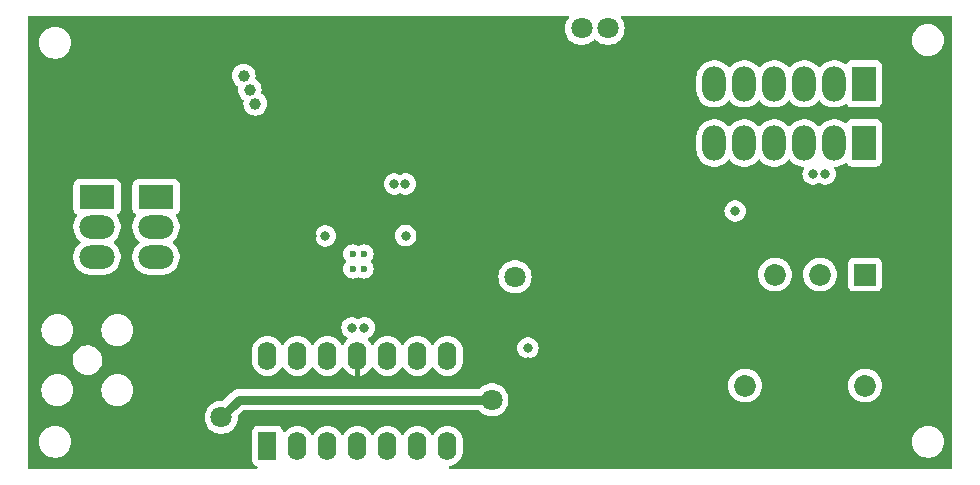
<source format=gbr>
%TF.GenerationSoftware,KiCad,Pcbnew,7.0.1*%
%TF.CreationDate,2023-12-13T14:51:24+00:00*%
%TF.ProjectId,UoB Amptek,556f4220-416d-4707-9465-6b2e6b696361,1*%
%TF.SameCoordinates,Original*%
%TF.FileFunction,Copper,L2,Inr*%
%TF.FilePolarity,Positive*%
%FSLAX46Y46*%
G04 Gerber Fmt 4.6, Leading zero omitted, Abs format (unit mm)*
G04 Created by KiCad (PCBNEW 7.0.1) date 2023-12-13 14:51:24*
%MOMM*%
%LPD*%
G01*
G04 APERTURE LIST*
%TA.AperFunction,ComponentPad*%
%ADD10R,3.000000X2.000000*%
%TD*%
%TA.AperFunction,ComponentPad*%
%ADD11O,3.000000X2.000000*%
%TD*%
%TA.AperFunction,ComponentPad*%
%ADD12C,0.600000*%
%TD*%
%TA.AperFunction,ComponentPad*%
%ADD13R,2.000000X3.000000*%
%TD*%
%TA.AperFunction,ComponentPad*%
%ADD14O,2.000000X3.000000*%
%TD*%
%TA.AperFunction,ComponentPad*%
%ADD15C,1.000000*%
%TD*%
%TA.AperFunction,ComponentPad*%
%ADD16R,1.600000X2.400000*%
%TD*%
%TA.AperFunction,ComponentPad*%
%ADD17O,1.600000X2.400000*%
%TD*%
%TA.AperFunction,ComponentPad*%
%ADD18R,1.850000X1.850000*%
%TD*%
%TA.AperFunction,ComponentPad*%
%ADD19C,1.850000*%
%TD*%
%TA.AperFunction,ViaPad*%
%ADD20C,1.800000*%
%TD*%
%TA.AperFunction,ViaPad*%
%ADD21C,0.800000*%
%TD*%
%TA.AperFunction,Conductor*%
%ADD22C,0.800000*%
%TD*%
G04 APERTURE END LIST*
D10*
%TO.N,/+9V*%
%TO.C,J1*%
X95678000Y-71221600D03*
X90678000Y-71221600D03*
D11*
%TO.N,GND*%
X95678000Y-73761600D03*
X90678000Y-73761600D03*
%TO.N,/-9V*%
X95678000Y-76301600D03*
X90678000Y-76301600D03*
%TD*%
D12*
%TO.N,GND*%
%TO.C,U4*%
X112316400Y-76037600D03*
X112316400Y-77327600D03*
X113286400Y-76037600D03*
X113286400Y-77327600D03*
%TD*%
D13*
%TO.N,/Vo-*%
%TO.C,J4*%
X155625800Y-66649600D03*
X155625800Y-61649600D03*
D14*
X153085800Y-66649600D03*
X153085800Y-61649600D03*
%TO.N,/Vo+*%
X150545800Y-66649600D03*
X150545800Y-61649600D03*
X148005800Y-66649600D03*
X148005800Y-61649600D03*
%TO.N,GND*%
X145465800Y-66649600D03*
X145465800Y-61649600D03*
%TO.N,/Vocm*%
X142925800Y-66649600D03*
X142925800Y-61649600D03*
%TD*%
D15*
%TO.N,unconnected-(TP2-Pad1)*%
%TO.C,IAC*%
X103100604Y-60971500D03*
%TO.N,N/C*%
X103608604Y-62139900D03*
X104065804Y-63333700D03*
%TD*%
D16*
%TO.N,Net-(U3-IN)*%
%TO.C,U3*%
X105105200Y-92303600D03*
D17*
%TO.N,GND*%
X107645200Y-92303600D03*
X110185200Y-92303600D03*
X112725200Y-92303600D03*
X115265200Y-92303600D03*
X117805200Y-92303600D03*
X120345200Y-92303600D03*
%TO.N,Net-(R4-Pad2)*%
X120345200Y-84683600D03*
%TO.N,GND*%
X117805200Y-84683600D03*
X115265200Y-84683600D03*
%TO.N,/+6V*%
X112725200Y-84683600D03*
%TO.N,Net-(U3-TMG-)*%
X110185200Y-84683600D03*
%TO.N,GND*%
X107645200Y-84683600D03*
%TO.N,unconnected-(U3-COMP-Pad14)*%
X105105200Y-84683600D03*
%TD*%
D18*
%TO.N,GND*%
%TO.C,PS1*%
X155702000Y-77800000D03*
D19*
%TO.N,/+1-5V HiVip*%
X151892000Y-77800000D03*
%TO.N,Net-(PS1-+HV)*%
X155702000Y-87198000D03*
%TO.N,GND*%
X145542000Y-87198000D03*
%TO.N,N/C*%
X148082000Y-77800000D03*
%TD*%
D20*
%TO.N,/+6V*%
X130124200Y-78003400D03*
D21*
X108837600Y-74498200D03*
D20*
X115366800Y-56997600D03*
X117652800Y-56997600D03*
D21*
X108331000Y-70129400D03*
X109270800Y-70129400D03*
X127152400Y-85166200D03*
%TO.N,/-6V*%
X115848000Y-70129400D03*
D20*
X133934200Y-56946800D03*
D21*
X127152400Y-84023200D03*
D20*
X131699000Y-56946800D03*
D21*
X116789200Y-70129400D03*
D20*
X126060200Y-77978000D03*
D21*
X116813200Y-74498200D03*
%TO.N,/Vo-*%
X113314800Y-82296000D03*
X152340800Y-69291200D03*
%TO.N,/Vo+*%
X151290800Y-69291200D03*
X112264800Y-82296000D03*
%TO.N,/Vocm*%
X110006000Y-74523600D03*
X144703800Y-72415400D03*
D20*
%TO.N,Net-(C20-Pad2)*%
X124104400Y-88392000D03*
X101193600Y-89890600D03*
%TD*%
D22*
%TO.N,Net-(C20-Pad2)*%
X102692200Y-88392000D02*
X101193600Y-89890600D01*
X103886000Y-88392000D02*
X102692200Y-88392000D01*
X124104400Y-88392000D02*
X103886000Y-88392000D01*
%TD*%
%TA.AperFunction,Conductor*%
%TO.N,/+6V*%
G36*
X130550180Y-55893054D02*
G01*
X130593900Y-55929467D01*
X130616755Y-55981572D01*
X130613933Y-56038400D01*
X130593936Y-56073931D01*
X130595641Y-56075045D01*
X130463076Y-56277950D01*
X130369844Y-56490496D01*
X130312865Y-56715500D01*
X130293699Y-56946800D01*
X130312865Y-57178099D01*
X130312865Y-57178101D01*
X130312866Y-57178105D01*
X130369843Y-57403100D01*
X130463076Y-57615649D01*
X130590021Y-57809953D01*
X130747216Y-57980713D01*
X130930374Y-58123270D01*
X131134497Y-58233736D01*
X131244257Y-58271416D01*
X131354015Y-58309097D01*
X131354017Y-58309097D01*
X131354019Y-58309098D01*
X131582951Y-58347300D01*
X131815048Y-58347300D01*
X131815049Y-58347300D01*
X132043981Y-58309098D01*
X132263503Y-58233736D01*
X132467626Y-58123270D01*
X132650784Y-57980713D01*
X132725371Y-57899689D01*
X132782859Y-57864352D01*
X132850341Y-57864352D01*
X132907828Y-57899689D01*
X132982416Y-57980713D01*
X133165574Y-58123270D01*
X133369697Y-58233736D01*
X133479457Y-58271416D01*
X133589215Y-58309097D01*
X133589217Y-58309097D01*
X133589219Y-58309098D01*
X133818151Y-58347300D01*
X134050248Y-58347300D01*
X134050249Y-58347300D01*
X134279181Y-58309098D01*
X134498703Y-58233736D01*
X134702826Y-58123270D01*
X134885984Y-57980713D01*
X134925857Y-57937399D01*
X159654940Y-57937399D01*
X159675536Y-58172807D01*
X159712055Y-58309097D01*
X159736697Y-58401063D01*
X159836565Y-58615229D01*
X159972105Y-58808801D01*
X160139199Y-58975895D01*
X160332771Y-59111435D01*
X160546937Y-59211303D01*
X160775192Y-59272463D01*
X160951632Y-59287900D01*
X160951634Y-59287900D01*
X161069566Y-59287900D01*
X161069568Y-59287900D01*
X161187193Y-59277608D01*
X161246008Y-59272463D01*
X161474263Y-59211303D01*
X161688429Y-59111435D01*
X161882001Y-58975895D01*
X162049095Y-58808801D01*
X162184635Y-58615230D01*
X162284503Y-58401063D01*
X162345663Y-58172808D01*
X162366259Y-57937400D01*
X162345663Y-57701992D01*
X162284503Y-57473737D01*
X162184635Y-57259571D01*
X162049095Y-57065999D01*
X161882001Y-56898905D01*
X161688429Y-56763365D01*
X161474263Y-56663497D01*
X161474262Y-56663496D01*
X161246007Y-56602336D01*
X161069568Y-56586900D01*
X161069566Y-56586900D01*
X160951634Y-56586900D01*
X160951632Y-56586900D01*
X160775192Y-56602336D01*
X160546936Y-56663497D01*
X160332770Y-56763365D01*
X160139198Y-56898905D01*
X159972108Y-57065995D01*
X159972105Y-57065998D01*
X159972105Y-57065999D01*
X159893608Y-57178105D01*
X159836564Y-57259572D01*
X159736697Y-57473737D01*
X159675536Y-57701992D01*
X159654940Y-57937399D01*
X134925857Y-57937399D01*
X135043179Y-57809953D01*
X135170124Y-57615649D01*
X135263357Y-57403100D01*
X135320334Y-57178105D01*
X135339500Y-56946800D01*
X135320334Y-56715495D01*
X135263357Y-56490500D01*
X135170124Y-56277951D01*
X135043179Y-56083647D01*
X135043178Y-56083646D01*
X135037559Y-56075045D01*
X135039263Y-56073931D01*
X135019267Y-56038400D01*
X135016445Y-55981572D01*
X135039300Y-55929467D01*
X135083020Y-55893054D01*
X135138400Y-55880000D01*
X162944000Y-55880000D01*
X163006000Y-55896613D01*
X163051387Y-55942000D01*
X163068000Y-56004000D01*
X163068000Y-94110000D01*
X163051387Y-94172000D01*
X163006000Y-94217387D01*
X162944000Y-94234000D01*
X120600292Y-94234000D01*
X120543035Y-94219989D01*
X120498717Y-94181123D01*
X120477353Y-94126185D01*
X120483770Y-94067590D01*
X120516519Y-94018578D01*
X120568198Y-93990225D01*
X120616306Y-93977334D01*
X120791696Y-93930339D01*
X120997934Y-93834168D01*
X121184339Y-93703647D01*
X121345247Y-93542739D01*
X121475768Y-93356334D01*
X121571939Y-93150096D01*
X121630835Y-92930292D01*
X121645700Y-92760384D01*
X121645700Y-91947999D01*
X159680340Y-91947999D01*
X159700936Y-92183407D01*
X159762097Y-92411662D01*
X159762097Y-92411663D01*
X159861965Y-92625829D01*
X159997505Y-92819401D01*
X160164599Y-92986495D01*
X160358171Y-93122035D01*
X160572337Y-93221903D01*
X160800592Y-93283063D01*
X160977032Y-93298500D01*
X160977034Y-93298500D01*
X161094966Y-93298500D01*
X161094968Y-93298500D01*
X161212593Y-93288208D01*
X161271408Y-93283063D01*
X161499663Y-93221903D01*
X161713829Y-93122035D01*
X161907401Y-92986495D01*
X162074495Y-92819401D01*
X162210035Y-92625830D01*
X162309903Y-92411663D01*
X162371063Y-92183408D01*
X162391659Y-91948000D01*
X162371063Y-91712592D01*
X162309903Y-91484337D01*
X162210035Y-91270171D01*
X162074495Y-91076599D01*
X161907401Y-90909505D01*
X161713829Y-90773965D01*
X161499663Y-90674097D01*
X161271407Y-90612936D01*
X161094968Y-90597500D01*
X161094966Y-90597500D01*
X160977034Y-90597500D01*
X160977032Y-90597500D01*
X160800592Y-90612936D01*
X160572336Y-90674097D01*
X160358170Y-90773965D01*
X160164598Y-90909505D01*
X159997508Y-91076595D01*
X159997505Y-91076598D01*
X159997505Y-91076599D01*
X159875484Y-91250864D01*
X159861964Y-91270172D01*
X159762097Y-91484337D01*
X159700936Y-91712592D01*
X159680340Y-91947999D01*
X121645700Y-91947999D01*
X121645700Y-91846816D01*
X121630835Y-91676908D01*
X121571939Y-91457104D01*
X121475768Y-91250866D01*
X121424422Y-91177536D01*
X121345246Y-91064459D01*
X121184340Y-90903553D01*
X120997935Y-90773032D01*
X120791697Y-90676861D01*
X120571889Y-90617964D01*
X120345200Y-90598131D01*
X120118510Y-90617964D01*
X119898702Y-90676861D01*
X119692464Y-90773032D01*
X119506059Y-90903553D01*
X119345153Y-91064459D01*
X119214633Y-91250863D01*
X119187582Y-91308875D01*
X119141825Y-91361050D01*
X119075200Y-91380469D01*
X119008575Y-91361050D01*
X118962818Y-91308875D01*
X118935768Y-91250866D01*
X118849877Y-91128200D01*
X118805246Y-91064459D01*
X118644340Y-90903553D01*
X118457935Y-90773032D01*
X118251697Y-90676861D01*
X118031889Y-90617964D01*
X117805200Y-90598131D01*
X117578510Y-90617964D01*
X117358702Y-90676861D01*
X117152464Y-90773032D01*
X116966059Y-90903553D01*
X116805153Y-91064459D01*
X116674633Y-91250863D01*
X116647582Y-91308875D01*
X116601825Y-91361050D01*
X116535200Y-91380469D01*
X116468575Y-91361050D01*
X116422818Y-91308875D01*
X116395768Y-91250866D01*
X116309877Y-91128200D01*
X116265246Y-91064459D01*
X116104340Y-90903553D01*
X115917935Y-90773032D01*
X115711697Y-90676861D01*
X115491889Y-90617964D01*
X115265200Y-90598131D01*
X115038510Y-90617964D01*
X114818702Y-90676861D01*
X114612464Y-90773032D01*
X114426059Y-90903553D01*
X114265153Y-91064459D01*
X114134633Y-91250863D01*
X114107582Y-91308875D01*
X114061825Y-91361050D01*
X113995200Y-91380469D01*
X113928575Y-91361050D01*
X113882818Y-91308875D01*
X113855768Y-91250866D01*
X113769877Y-91128200D01*
X113725246Y-91064459D01*
X113564340Y-90903553D01*
X113377935Y-90773032D01*
X113171697Y-90676861D01*
X112951889Y-90617964D01*
X112725200Y-90598131D01*
X112498510Y-90617964D01*
X112278702Y-90676861D01*
X112072464Y-90773032D01*
X111886059Y-90903553D01*
X111725153Y-91064459D01*
X111594633Y-91250863D01*
X111567582Y-91308875D01*
X111521825Y-91361050D01*
X111455200Y-91380469D01*
X111388575Y-91361050D01*
X111342818Y-91308875D01*
X111315768Y-91250866D01*
X111229877Y-91128200D01*
X111185246Y-91064459D01*
X111024340Y-90903553D01*
X110837935Y-90773032D01*
X110631697Y-90676861D01*
X110411889Y-90617964D01*
X110185200Y-90598131D01*
X109958510Y-90617964D01*
X109738702Y-90676861D01*
X109532464Y-90773032D01*
X109346059Y-90903553D01*
X109185153Y-91064459D01*
X109054633Y-91250863D01*
X109027582Y-91308875D01*
X108981825Y-91361050D01*
X108915200Y-91380469D01*
X108848575Y-91361050D01*
X108802818Y-91308875D01*
X108775768Y-91250866D01*
X108689877Y-91128200D01*
X108645246Y-91064459D01*
X108484340Y-90903553D01*
X108297935Y-90773032D01*
X108091697Y-90676861D01*
X107871889Y-90617964D01*
X107645200Y-90598131D01*
X107418510Y-90617964D01*
X107198702Y-90676861D01*
X106992464Y-90773032D01*
X106806059Y-90903553D01*
X106645151Y-91064461D01*
X106627925Y-91089063D01*
X106583082Y-91128200D01*
X106525169Y-91141933D01*
X106467528Y-91127099D01*
X106423439Y-91087114D01*
X106403061Y-91031192D01*
X106399291Y-90996117D01*
X106348996Y-90861269D01*
X106262746Y-90746054D01*
X106147531Y-90659804D01*
X106012683Y-90609509D01*
X105953073Y-90603100D01*
X105953069Y-90603100D01*
X104257330Y-90603100D01*
X104197715Y-90609509D01*
X104062869Y-90659804D01*
X103947654Y-90746054D01*
X103861404Y-90861268D01*
X103811109Y-90996116D01*
X103804700Y-91055730D01*
X103804700Y-93551469D01*
X103811109Y-93611083D01*
X103861404Y-93745931D01*
X103947654Y-93861146D01*
X104062869Y-93947396D01*
X104175045Y-93989235D01*
X104187333Y-93993818D01*
X104242195Y-94034280D01*
X104267380Y-94097626D01*
X104255276Y-94164711D01*
X104209542Y-94215262D01*
X104143999Y-94234000D01*
X84960000Y-94234000D01*
X84898000Y-94217387D01*
X84852613Y-94172000D01*
X84836000Y-94110000D01*
X84836000Y-91947999D01*
X85766340Y-91947999D01*
X85786936Y-92183407D01*
X85848097Y-92411662D01*
X85848097Y-92411663D01*
X85947965Y-92625829D01*
X86083505Y-92819401D01*
X86250599Y-92986495D01*
X86444171Y-93122035D01*
X86658337Y-93221903D01*
X86886592Y-93283063D01*
X87063032Y-93298500D01*
X87063034Y-93298500D01*
X87180966Y-93298500D01*
X87180968Y-93298500D01*
X87298593Y-93288208D01*
X87357408Y-93283063D01*
X87585663Y-93221903D01*
X87799829Y-93122035D01*
X87993401Y-92986495D01*
X88160495Y-92819401D01*
X88296035Y-92625830D01*
X88395903Y-92411663D01*
X88457063Y-92183408D01*
X88477659Y-91948000D01*
X88457063Y-91712592D01*
X88395903Y-91484337D01*
X88296035Y-91270171D01*
X88160495Y-91076599D01*
X87993401Y-90909505D01*
X87799829Y-90773965D01*
X87585663Y-90674097D01*
X87357407Y-90612936D01*
X87180968Y-90597500D01*
X87180966Y-90597500D01*
X87063034Y-90597500D01*
X87063032Y-90597500D01*
X86886592Y-90612936D01*
X86658336Y-90674097D01*
X86444170Y-90773965D01*
X86250598Y-90909505D01*
X86083508Y-91076595D01*
X86083505Y-91076598D01*
X86083505Y-91076599D01*
X85961484Y-91250864D01*
X85947964Y-91270172D01*
X85848097Y-91484337D01*
X85786936Y-91712592D01*
X85766340Y-91947999D01*
X84836000Y-91947999D01*
X84836000Y-89890600D01*
X99788299Y-89890600D01*
X99807465Y-90121899D01*
X99807465Y-90121901D01*
X99807466Y-90121905D01*
X99864443Y-90346900D01*
X99957676Y-90559449D01*
X100084621Y-90753753D01*
X100241816Y-90924513D01*
X100424974Y-91067070D01*
X100629097Y-91177536D01*
X100738857Y-91215216D01*
X100848615Y-91252897D01*
X100848617Y-91252897D01*
X100848619Y-91252898D01*
X101077551Y-91291100D01*
X101309648Y-91291100D01*
X101309649Y-91291100D01*
X101538581Y-91252898D01*
X101758103Y-91177536D01*
X101962226Y-91067070D01*
X102145384Y-90924513D01*
X102302579Y-90753753D01*
X102429524Y-90559449D01*
X102522757Y-90346900D01*
X102579734Y-90121905D01*
X102598900Y-89890600D01*
X102593560Y-89826162D01*
X102600712Y-89773246D01*
X102629453Y-89728245D01*
X103028879Y-89328819D01*
X103069108Y-89301939D01*
X103116561Y-89292500D01*
X103838808Y-89292500D01*
X103933192Y-89292500D01*
X122975409Y-89292500D01*
X123025219Y-89302944D01*
X123066639Y-89332517D01*
X123152616Y-89425913D01*
X123335774Y-89568470D01*
X123539897Y-89678936D01*
X123649657Y-89716616D01*
X123759415Y-89754297D01*
X123759417Y-89754297D01*
X123759419Y-89754298D01*
X123988351Y-89792500D01*
X124220448Y-89792500D01*
X124220449Y-89792500D01*
X124449381Y-89754298D01*
X124668903Y-89678936D01*
X124873026Y-89568470D01*
X125056184Y-89425913D01*
X125213379Y-89255153D01*
X125340324Y-89060849D01*
X125433557Y-88848300D01*
X125490534Y-88623305D01*
X125509700Y-88392000D01*
X125490534Y-88160695D01*
X125433557Y-87935700D01*
X125340324Y-87723151D01*
X125213379Y-87528847D01*
X125056184Y-87358087D01*
X124873026Y-87215530D01*
X124840633Y-87198000D01*
X144111614Y-87198000D01*
X144131123Y-87433429D01*
X144131123Y-87433432D01*
X144131124Y-87433434D01*
X144185352Y-87647579D01*
X144189118Y-87662447D01*
X144284013Y-87878788D01*
X144413226Y-88076563D01*
X144573223Y-88250365D01*
X144573227Y-88250368D01*
X144759654Y-88395470D01*
X144967421Y-88507908D01*
X145026826Y-88528302D01*
X145190857Y-88584615D01*
X145190859Y-88584615D01*
X145190861Y-88584616D01*
X145423880Y-88623500D01*
X145660119Y-88623500D01*
X145660120Y-88623500D01*
X145893139Y-88584616D01*
X146116579Y-88507908D01*
X146324346Y-88395470D01*
X146510773Y-88250368D01*
X146670775Y-88076561D01*
X146799986Y-87878788D01*
X146894883Y-87662445D01*
X146952876Y-87433434D01*
X146972385Y-87198000D01*
X154271614Y-87198000D01*
X154291123Y-87433429D01*
X154291123Y-87433432D01*
X154291124Y-87433434D01*
X154345352Y-87647579D01*
X154349118Y-87662447D01*
X154444013Y-87878788D01*
X154573226Y-88076563D01*
X154733223Y-88250365D01*
X154733227Y-88250368D01*
X154919654Y-88395470D01*
X155127421Y-88507908D01*
X155186826Y-88528302D01*
X155350857Y-88584615D01*
X155350859Y-88584615D01*
X155350861Y-88584616D01*
X155583880Y-88623500D01*
X155820119Y-88623500D01*
X155820120Y-88623500D01*
X156053139Y-88584616D01*
X156276579Y-88507908D01*
X156484346Y-88395470D01*
X156670773Y-88250368D01*
X156830775Y-88076561D01*
X156959986Y-87878788D01*
X157054883Y-87662445D01*
X157112876Y-87433434D01*
X157132385Y-87198000D01*
X157112876Y-86962566D01*
X157054883Y-86733555D01*
X156959986Y-86517212D01*
X156959986Y-86517211D01*
X156830773Y-86319436D01*
X156670776Y-86145634D01*
X156484347Y-86000531D01*
X156484346Y-86000530D01*
X156276579Y-85888092D01*
X156276575Y-85888090D01*
X156276574Y-85888090D01*
X156053142Y-85811384D01*
X155878374Y-85782220D01*
X155820120Y-85772500D01*
X155583880Y-85772500D01*
X155537276Y-85780276D01*
X155350857Y-85811384D01*
X155127425Y-85888090D01*
X155127421Y-85888091D01*
X155127421Y-85888092D01*
X155063990Y-85922419D01*
X154919652Y-86000531D01*
X154733223Y-86145634D01*
X154573226Y-86319436D01*
X154444013Y-86517211D01*
X154349118Y-86733552D01*
X154291123Y-86962570D01*
X154271614Y-87198000D01*
X146972385Y-87198000D01*
X146952876Y-86962566D01*
X146894883Y-86733555D01*
X146799986Y-86517212D01*
X146799986Y-86517211D01*
X146670773Y-86319436D01*
X146510776Y-86145634D01*
X146324347Y-86000531D01*
X146324346Y-86000530D01*
X146116579Y-85888092D01*
X146116575Y-85888090D01*
X146116574Y-85888090D01*
X145893142Y-85811384D01*
X145718374Y-85782220D01*
X145660120Y-85772500D01*
X145423880Y-85772500D01*
X145377276Y-85780276D01*
X145190857Y-85811384D01*
X144967425Y-85888090D01*
X144967421Y-85888091D01*
X144967421Y-85888092D01*
X144903990Y-85922419D01*
X144759652Y-86000531D01*
X144573223Y-86145634D01*
X144413226Y-86319436D01*
X144284013Y-86517211D01*
X144189118Y-86733552D01*
X144131123Y-86962570D01*
X144111614Y-87198000D01*
X124840633Y-87198000D01*
X124668903Y-87105064D01*
X124668899Y-87105062D01*
X124668898Y-87105062D01*
X124449384Y-87029702D01*
X124277681Y-87001050D01*
X124220449Y-86991500D01*
X123988351Y-86991500D01*
X123942564Y-86999140D01*
X123759415Y-87029702D01*
X123539901Y-87105062D01*
X123539897Y-87105063D01*
X123539897Y-87105064D01*
X123403815Y-87178707D01*
X123335772Y-87215531D01*
X123152615Y-87358087D01*
X123066639Y-87451483D01*
X123025219Y-87481056D01*
X122975409Y-87491500D01*
X103933192Y-87491500D01*
X102772826Y-87491500D01*
X102753428Y-87489973D01*
X102739588Y-87487781D01*
X102671870Y-87491330D01*
X102665380Y-87491500D01*
X102645003Y-87491500D01*
X102624746Y-87493628D01*
X102618283Y-87494137D01*
X102550551Y-87497687D01*
X102537009Y-87501316D01*
X102517885Y-87504860D01*
X102503944Y-87506325D01*
X102439445Y-87527282D01*
X102433223Y-87529126D01*
X102367710Y-87546680D01*
X102355221Y-87553044D01*
X102337252Y-87560487D01*
X102323917Y-87564820D01*
X102265196Y-87598722D01*
X102259495Y-87601818D01*
X102199045Y-87632619D01*
X102188150Y-87641442D01*
X102172122Y-87652458D01*
X102159984Y-87659466D01*
X102109576Y-87704852D01*
X102104651Y-87709058D01*
X102088826Y-87721874D01*
X102074412Y-87736288D01*
X102069708Y-87740751D01*
X102019310Y-87786130D01*
X102011069Y-87797472D01*
X101998435Y-87812264D01*
X101356919Y-88453781D01*
X101316691Y-88480661D01*
X101269238Y-88490100D01*
X101077551Y-88490100D01*
X101031764Y-88497740D01*
X100848615Y-88528302D01*
X100629101Y-88603662D01*
X100629097Y-88603663D01*
X100629097Y-88603664D01*
X100493015Y-88677307D01*
X100424972Y-88714131D01*
X100241815Y-88856687D01*
X100084620Y-89027448D01*
X99957676Y-89221750D01*
X99864444Y-89434296D01*
X99807465Y-89659300D01*
X99788299Y-89890600D01*
X84836000Y-89890600D01*
X84836000Y-89340099D01*
X85359500Y-89340099D01*
X85359617Y-89340383D01*
X85359808Y-89340461D01*
X85359999Y-89340541D01*
X85360000Y-89340541D01*
X85360001Y-89340541D01*
X85360127Y-89340488D01*
X85360383Y-89340383D01*
X85360500Y-89340099D01*
X85360500Y-87580000D01*
X85964340Y-87580000D01*
X85984936Y-87815407D01*
X86046096Y-88043662D01*
X86046097Y-88043663D01*
X86145965Y-88257829D01*
X86281505Y-88451401D01*
X86448599Y-88618495D01*
X86642171Y-88754035D01*
X86856337Y-88853903D01*
X87084591Y-88915062D01*
X87084592Y-88915063D01*
X87261032Y-88930500D01*
X87261034Y-88930500D01*
X87378966Y-88930500D01*
X87378968Y-88930500D01*
X87496593Y-88920208D01*
X87555408Y-88915063D01*
X87783663Y-88853903D01*
X87997829Y-88754035D01*
X88191401Y-88618495D01*
X88358495Y-88451401D01*
X88494035Y-88257830D01*
X88593903Y-88043663D01*
X88655063Y-87815408D01*
X88675659Y-87580000D01*
X91044340Y-87580000D01*
X91064936Y-87815407D01*
X91126096Y-88043662D01*
X91126097Y-88043663D01*
X91225965Y-88257829D01*
X91361505Y-88451401D01*
X91528599Y-88618495D01*
X91722171Y-88754035D01*
X91936337Y-88853903D01*
X92164591Y-88915062D01*
X92164592Y-88915063D01*
X92341032Y-88930500D01*
X92341034Y-88930500D01*
X92458966Y-88930500D01*
X92458968Y-88930500D01*
X92576593Y-88920208D01*
X92635408Y-88915063D01*
X92863663Y-88853903D01*
X93077829Y-88754035D01*
X93271401Y-88618495D01*
X93438495Y-88451401D01*
X93574035Y-88257830D01*
X93673903Y-88043663D01*
X93735063Y-87815408D01*
X93755659Y-87580000D01*
X93735063Y-87344592D01*
X93673903Y-87116337D01*
X93574035Y-86902171D01*
X93438495Y-86708599D01*
X93271401Y-86541505D01*
X93077829Y-86405965D01*
X92863663Y-86306097D01*
X92635407Y-86244936D01*
X92458968Y-86229500D01*
X92458966Y-86229500D01*
X92341034Y-86229500D01*
X92341032Y-86229500D01*
X92164592Y-86244936D01*
X91936336Y-86306097D01*
X91722170Y-86405965D01*
X91528598Y-86541505D01*
X91361508Y-86708595D01*
X91225964Y-86902172D01*
X91126097Y-87116337D01*
X91064936Y-87344592D01*
X91044340Y-87580000D01*
X88675659Y-87580000D01*
X88655063Y-87344592D01*
X88593903Y-87116337D01*
X88494035Y-86902171D01*
X88358495Y-86708599D01*
X88191401Y-86541505D01*
X87997829Y-86405965D01*
X87783663Y-86306097D01*
X87555407Y-86244936D01*
X87378968Y-86229500D01*
X87378966Y-86229500D01*
X87261034Y-86229500D01*
X87261032Y-86229500D01*
X87084592Y-86244936D01*
X86856336Y-86306097D01*
X86642170Y-86405965D01*
X86448598Y-86541505D01*
X86281508Y-86708595D01*
X86145964Y-86902172D01*
X86046097Y-87116337D01*
X85984936Y-87344592D01*
X85964340Y-87580000D01*
X85360500Y-87580000D01*
X85360500Y-85096328D01*
X88605709Y-85096328D01*
X88635925Y-85319388D01*
X88704388Y-85530096D01*
X88705483Y-85533464D01*
X88812148Y-85731681D01*
X88912032Y-85856931D01*
X88936880Y-85888090D01*
X88952492Y-85907666D01*
X89122004Y-86055765D01*
X89122006Y-86055766D01*
X89315237Y-86171216D01*
X89433214Y-86215493D01*
X89525976Y-86250307D01*
X89747453Y-86290500D01*
X89916153Y-86290500D01*
X89916155Y-86290500D01*
X90084188Y-86275377D01*
X90301170Y-86215493D01*
X90503973Y-86117829D01*
X90686078Y-85985522D01*
X90841632Y-85822825D01*
X90965635Y-85634968D01*
X91054103Y-85427988D01*
X91104191Y-85208537D01*
X91107252Y-85140386D01*
X103804700Y-85140386D01*
X103819564Y-85310289D01*
X103878461Y-85530097D01*
X103974632Y-85736335D01*
X104105153Y-85922740D01*
X104266059Y-86083646D01*
X104452464Y-86214167D01*
X104452465Y-86214167D01*
X104452466Y-86214168D01*
X104658704Y-86310339D01*
X104878508Y-86369235D01*
X105105200Y-86389068D01*
X105331892Y-86369235D01*
X105551696Y-86310339D01*
X105757934Y-86214168D01*
X105944339Y-86083647D01*
X106105247Y-85922739D01*
X106235768Y-85736334D01*
X106262818Y-85678324D01*
X106308575Y-85626149D01*
X106375200Y-85606729D01*
X106441825Y-85626149D01*
X106487582Y-85678325D01*
X106514631Y-85736333D01*
X106645153Y-85922740D01*
X106806059Y-86083646D01*
X106992464Y-86214167D01*
X106992465Y-86214167D01*
X106992466Y-86214168D01*
X107198704Y-86310339D01*
X107418508Y-86369235D01*
X107645200Y-86389068D01*
X107871892Y-86369235D01*
X108091696Y-86310339D01*
X108297934Y-86214168D01*
X108484339Y-86083647D01*
X108645247Y-85922739D01*
X108775768Y-85736334D01*
X108802818Y-85678324D01*
X108848575Y-85626149D01*
X108915200Y-85606729D01*
X108981825Y-85626149D01*
X109027582Y-85678325D01*
X109054631Y-85736333D01*
X109185153Y-85922740D01*
X109346059Y-86083646D01*
X109532464Y-86214167D01*
X109532465Y-86214167D01*
X109532466Y-86214168D01*
X109738704Y-86310339D01*
X109958508Y-86369235D01*
X110185200Y-86389068D01*
X110411892Y-86369235D01*
X110631696Y-86310339D01*
X110837934Y-86214168D01*
X111024339Y-86083647D01*
X111185247Y-85922739D01*
X111315768Y-85736334D01*
X111343093Y-85677734D01*
X111388849Y-85625559D01*
X111455474Y-85606139D01*
X111522099Y-85625558D01*
X111567857Y-85677733D01*
X111595066Y-85736082D01*
X111725541Y-85922419D01*
X111886380Y-86083258D01*
X112072719Y-86213734D01*
X112278873Y-86309866D01*
X112475199Y-86362471D01*
X112475200Y-86362472D01*
X112475200Y-84557600D01*
X112491813Y-84495600D01*
X112537200Y-84450213D01*
X112599200Y-84433600D01*
X112851200Y-84433600D01*
X112913200Y-84450213D01*
X112958587Y-84495600D01*
X112975200Y-84557600D01*
X112975200Y-86362471D01*
X113171526Y-86309866D01*
X113377680Y-86213734D01*
X113564019Y-86083258D01*
X113724858Y-85922419D01*
X113855335Y-85736079D01*
X113882542Y-85677735D01*
X113928298Y-85625559D01*
X113994923Y-85606139D01*
X114061548Y-85625558D01*
X114107305Y-85677732D01*
X114134632Y-85736333D01*
X114134633Y-85736336D01*
X114265153Y-85922740D01*
X114426059Y-86083646D01*
X114612464Y-86214167D01*
X114612465Y-86214167D01*
X114612466Y-86214168D01*
X114818704Y-86310339D01*
X115038508Y-86369235D01*
X115265200Y-86389068D01*
X115491892Y-86369235D01*
X115711696Y-86310339D01*
X115917934Y-86214168D01*
X116104339Y-86083647D01*
X116265247Y-85922739D01*
X116395768Y-85736334D01*
X116422818Y-85678324D01*
X116468575Y-85626149D01*
X116535200Y-85606729D01*
X116601825Y-85626149D01*
X116647582Y-85678325D01*
X116674631Y-85736333D01*
X116805153Y-85922740D01*
X116966059Y-86083646D01*
X117152464Y-86214167D01*
X117152465Y-86214167D01*
X117152466Y-86214168D01*
X117358704Y-86310339D01*
X117578508Y-86369235D01*
X117805200Y-86389068D01*
X118031892Y-86369235D01*
X118251696Y-86310339D01*
X118457934Y-86214168D01*
X118644339Y-86083647D01*
X118805247Y-85922739D01*
X118935768Y-85736334D01*
X118962818Y-85678324D01*
X119008575Y-85626149D01*
X119075200Y-85606729D01*
X119141825Y-85626149D01*
X119187582Y-85678325D01*
X119214631Y-85736333D01*
X119345153Y-85922740D01*
X119506059Y-86083646D01*
X119692464Y-86214167D01*
X119692465Y-86214167D01*
X119692466Y-86214168D01*
X119898704Y-86310339D01*
X120118508Y-86369235D01*
X120345200Y-86389068D01*
X120571892Y-86369235D01*
X120791696Y-86310339D01*
X120997934Y-86214168D01*
X121184339Y-86083647D01*
X121345247Y-85922739D01*
X121475768Y-85736334D01*
X121571939Y-85530096D01*
X121630835Y-85310292D01*
X121645700Y-85140384D01*
X121645700Y-84226816D01*
X121640933Y-84172334D01*
X121630835Y-84056910D01*
X121630835Y-84056908D01*
X121621803Y-84023200D01*
X126246940Y-84023200D01*
X126266726Y-84211457D01*
X126325220Y-84391484D01*
X126419866Y-84555416D01*
X126546529Y-84696089D01*
X126699669Y-84807351D01*
X126872597Y-84884344D01*
X127057752Y-84923700D01*
X127057754Y-84923700D01*
X127247046Y-84923700D01*
X127247048Y-84923700D01*
X127370483Y-84897462D01*
X127432203Y-84884344D01*
X127605130Y-84807351D01*
X127669460Y-84760613D01*
X127758270Y-84696089D01*
X127884933Y-84555416D01*
X127979579Y-84391484D01*
X127993604Y-84348319D01*
X128038074Y-84211456D01*
X128057860Y-84023200D01*
X128038074Y-83834944D01*
X127979579Y-83654916D01*
X127979579Y-83654915D01*
X127884933Y-83490983D01*
X127758270Y-83350310D01*
X127605130Y-83239048D01*
X127432202Y-83162055D01*
X127247048Y-83122700D01*
X127247046Y-83122700D01*
X127057754Y-83122700D01*
X127057752Y-83122700D01*
X126872597Y-83162055D01*
X126699669Y-83239048D01*
X126546529Y-83350310D01*
X126419866Y-83490983D01*
X126325220Y-83654915D01*
X126266726Y-83834942D01*
X126246940Y-84023200D01*
X121621803Y-84023200D01*
X121571939Y-83837104D01*
X121475768Y-83630866D01*
X121377822Y-83490984D01*
X121345246Y-83444459D01*
X121184340Y-83283553D01*
X120997935Y-83153032D01*
X120791697Y-83056861D01*
X120571889Y-82997964D01*
X120345200Y-82978131D01*
X120118510Y-82997964D01*
X119898702Y-83056861D01*
X119692464Y-83153032D01*
X119506059Y-83283553D01*
X119345153Y-83444459D01*
X119214633Y-83630863D01*
X119187582Y-83688875D01*
X119141825Y-83741050D01*
X119075200Y-83760469D01*
X119008575Y-83741050D01*
X118962818Y-83688875D01*
X118955898Y-83674035D01*
X118935768Y-83630866D01*
X118871089Y-83538494D01*
X118805246Y-83444459D01*
X118644340Y-83283553D01*
X118457935Y-83153032D01*
X118251697Y-83056861D01*
X118031889Y-82997964D01*
X117805200Y-82978131D01*
X117578510Y-82997964D01*
X117358702Y-83056861D01*
X117152464Y-83153032D01*
X116966059Y-83283553D01*
X116805153Y-83444459D01*
X116674633Y-83630863D01*
X116647582Y-83688875D01*
X116601825Y-83741050D01*
X116535200Y-83760469D01*
X116468575Y-83741050D01*
X116422818Y-83688875D01*
X116415898Y-83674035D01*
X116395768Y-83630866D01*
X116331089Y-83538494D01*
X116265246Y-83444459D01*
X116104340Y-83283553D01*
X115917935Y-83153032D01*
X115711697Y-83056861D01*
X115491889Y-82997964D01*
X115265200Y-82978131D01*
X115038510Y-82997964D01*
X114818702Y-83056861D01*
X114612464Y-83153032D01*
X114426059Y-83283553D01*
X114265153Y-83444459D01*
X114134630Y-83630867D01*
X114107305Y-83689466D01*
X114061548Y-83741641D01*
X113994923Y-83761060D01*
X113928299Y-83741640D01*
X113882542Y-83689465D01*
X113855334Y-83631119D01*
X113724858Y-83444780D01*
X113613283Y-83333205D01*
X113582542Y-83282295D01*
X113579040Y-83222927D01*
X113603585Y-83168757D01*
X113650528Y-83132245D01*
X113767530Y-83080151D01*
X113920670Y-82968889D01*
X113925377Y-82963662D01*
X114047333Y-82828216D01*
X114141979Y-82664284D01*
X114200474Y-82484256D01*
X114220260Y-82296000D01*
X114200474Y-82107744D01*
X114141979Y-81927716D01*
X114141979Y-81927715D01*
X114047333Y-81763783D01*
X113920670Y-81623110D01*
X113767530Y-81511848D01*
X113594602Y-81434855D01*
X113409448Y-81395500D01*
X113409446Y-81395500D01*
X113220154Y-81395500D01*
X113220152Y-81395500D01*
X113034997Y-81434855D01*
X112850164Y-81517149D01*
X112850099Y-81517004D01*
X112815581Y-81532373D01*
X112764019Y-81532373D01*
X112729500Y-81517004D01*
X112729436Y-81517149D01*
X112544602Y-81434855D01*
X112359448Y-81395500D01*
X112359446Y-81395500D01*
X112170154Y-81395500D01*
X112170152Y-81395500D01*
X111984997Y-81434855D01*
X111812069Y-81511848D01*
X111658929Y-81623110D01*
X111532266Y-81763783D01*
X111437620Y-81927715D01*
X111379126Y-82107742D01*
X111359340Y-82295999D01*
X111379126Y-82484257D01*
X111437620Y-82664284D01*
X111532266Y-82828216D01*
X111658929Y-82968889D01*
X111812067Y-83080150D01*
X111839673Y-83092441D01*
X111886617Y-83128953D01*
X111911162Y-83183124D01*
X111907661Y-83242492D01*
X111876920Y-83293402D01*
X111725538Y-83444784D01*
X111595063Y-83631122D01*
X111567856Y-83689466D01*
X111522099Y-83741641D01*
X111455474Y-83761060D01*
X111388850Y-83741640D01*
X111343093Y-83689465D01*
X111335897Y-83674034D01*
X111315768Y-83630866D01*
X111217822Y-83490984D01*
X111185246Y-83444459D01*
X111024340Y-83283553D01*
X110837935Y-83153032D01*
X110631697Y-83056861D01*
X110411889Y-82997964D01*
X110185200Y-82978131D01*
X109958510Y-82997964D01*
X109738702Y-83056861D01*
X109532464Y-83153032D01*
X109346059Y-83283553D01*
X109185153Y-83444459D01*
X109054633Y-83630863D01*
X109027582Y-83688875D01*
X108981825Y-83741050D01*
X108915200Y-83760469D01*
X108848575Y-83741050D01*
X108802818Y-83688875D01*
X108795898Y-83674035D01*
X108775768Y-83630866D01*
X108711089Y-83538494D01*
X108645246Y-83444459D01*
X108484340Y-83283553D01*
X108297935Y-83153032D01*
X108091697Y-83056861D01*
X107871889Y-82997964D01*
X107645200Y-82978131D01*
X107418510Y-82997964D01*
X107198702Y-83056861D01*
X106992464Y-83153032D01*
X106806059Y-83283553D01*
X106645153Y-83444459D01*
X106514633Y-83630863D01*
X106487582Y-83688875D01*
X106441825Y-83741050D01*
X106375200Y-83760469D01*
X106308575Y-83741050D01*
X106262818Y-83688875D01*
X106255898Y-83674035D01*
X106235768Y-83630866D01*
X106171089Y-83538494D01*
X106105246Y-83444459D01*
X105944340Y-83283553D01*
X105757935Y-83153032D01*
X105551697Y-83056861D01*
X105331889Y-82997964D01*
X105105200Y-82978131D01*
X104878510Y-82997964D01*
X104658702Y-83056861D01*
X104452464Y-83153032D01*
X104266059Y-83283553D01*
X104105153Y-83444459D01*
X103974632Y-83630864D01*
X103878461Y-83837102D01*
X103819564Y-84056910D01*
X103804700Y-84226814D01*
X103804700Y-85140386D01*
X91107252Y-85140386D01*
X91114290Y-84983670D01*
X91084075Y-84760613D01*
X91014517Y-84546536D01*
X90907852Y-84348319D01*
X90767508Y-84172334D01*
X90597996Y-84024235D01*
X90596264Y-84023200D01*
X90404762Y-83908783D01*
X90194025Y-83829693D01*
X89972547Y-83789500D01*
X89803845Y-83789500D01*
X89736631Y-83795549D01*
X89635809Y-83804623D01*
X89418828Y-83864507D01*
X89216027Y-83962170D01*
X89033925Y-84094475D01*
X88878365Y-84257178D01*
X88754365Y-84445031D01*
X88665896Y-84652012D01*
X88615809Y-84871462D01*
X88605709Y-85096328D01*
X85360500Y-85096328D01*
X85360500Y-82500000D01*
X85964340Y-82500000D01*
X85984936Y-82735407D01*
X86046096Y-82963662D01*
X86046097Y-82963663D01*
X86145965Y-83177829D01*
X86281505Y-83371401D01*
X86448599Y-83538495D01*
X86642171Y-83674035D01*
X86856337Y-83773903D01*
X87064551Y-83829693D01*
X87084592Y-83835063D01*
X87261032Y-83850500D01*
X87261034Y-83850500D01*
X87378966Y-83850500D01*
X87378968Y-83850500D01*
X87496593Y-83840208D01*
X87555408Y-83835063D01*
X87783663Y-83773903D01*
X87997829Y-83674035D01*
X88191401Y-83538495D01*
X88358495Y-83371401D01*
X88494035Y-83177830D01*
X88593903Y-82963663D01*
X88655063Y-82735408D01*
X88675659Y-82500000D01*
X91044340Y-82500000D01*
X91064936Y-82735407D01*
X91126096Y-82963662D01*
X91126097Y-82963663D01*
X91225965Y-83177829D01*
X91361505Y-83371401D01*
X91528599Y-83538495D01*
X91722171Y-83674035D01*
X91936337Y-83773903D01*
X92144551Y-83829693D01*
X92164592Y-83835063D01*
X92341032Y-83850500D01*
X92341034Y-83850500D01*
X92458966Y-83850500D01*
X92458968Y-83850500D01*
X92576593Y-83840208D01*
X92635408Y-83835063D01*
X92863663Y-83773903D01*
X93077829Y-83674035D01*
X93271401Y-83538495D01*
X93438495Y-83371401D01*
X93574035Y-83177830D01*
X93673903Y-82963663D01*
X93735063Y-82735408D01*
X93755659Y-82500000D01*
X93735063Y-82264592D01*
X93673903Y-82036337D01*
X93574035Y-81822171D01*
X93438495Y-81628599D01*
X93271401Y-81461505D01*
X93077829Y-81325965D01*
X92863663Y-81226097D01*
X92635407Y-81164936D01*
X92458968Y-81149500D01*
X92458966Y-81149500D01*
X92341034Y-81149500D01*
X92341032Y-81149500D01*
X92164592Y-81164936D01*
X91936336Y-81226097D01*
X91722170Y-81325965D01*
X91528598Y-81461505D01*
X91361508Y-81628595D01*
X91361505Y-81628598D01*
X91361505Y-81628599D01*
X91266848Y-81763784D01*
X91225964Y-81822172D01*
X91126097Y-82036337D01*
X91064936Y-82264592D01*
X91044340Y-82500000D01*
X88675659Y-82500000D01*
X88655063Y-82264592D01*
X88593903Y-82036337D01*
X88494035Y-81822171D01*
X88358495Y-81628599D01*
X88191401Y-81461505D01*
X87997829Y-81325965D01*
X87783663Y-81226097D01*
X87555407Y-81164936D01*
X87378968Y-81149500D01*
X87378966Y-81149500D01*
X87261034Y-81149500D01*
X87261032Y-81149500D01*
X87084592Y-81164936D01*
X86856336Y-81226097D01*
X86642170Y-81325965D01*
X86448598Y-81461505D01*
X86281508Y-81628595D01*
X86281505Y-81628598D01*
X86281505Y-81628599D01*
X86186848Y-81763784D01*
X86145964Y-81822172D01*
X86046097Y-82036337D01*
X85984936Y-82264592D01*
X85964340Y-82500000D01*
X85360500Y-82500000D01*
X85360500Y-80739901D01*
X85360383Y-80739617D01*
X85360381Y-80739616D01*
X85360001Y-80739459D01*
X85359999Y-80739459D01*
X85359618Y-80739616D01*
X85359616Y-80739618D01*
X85359500Y-80739900D01*
X85359500Y-80739901D01*
X85359500Y-89340099D01*
X84836000Y-89340099D01*
X84836000Y-76425935D01*
X88677500Y-76425935D01*
X88718429Y-76671215D01*
X88763167Y-76801531D01*
X88799172Y-76906410D01*
X88911973Y-77114848D01*
X88917529Y-77125114D01*
X89053036Y-77299212D01*
X89070262Y-77321344D01*
X89253215Y-77489764D01*
X89461393Y-77625773D01*
X89689119Y-77725663D01*
X89930179Y-77786708D01*
X90004480Y-77792864D01*
X90115927Y-77802100D01*
X90115933Y-77802100D01*
X91240067Y-77802100D01*
X91240073Y-77802100D01*
X91341387Y-77793704D01*
X91425821Y-77786708D01*
X91666881Y-77725663D01*
X91894607Y-77625773D01*
X92102785Y-77489764D01*
X92285738Y-77321344D01*
X92438474Y-77125109D01*
X92556828Y-76906410D01*
X92637571Y-76671214D01*
X92678500Y-76425935D01*
X93677500Y-76425935D01*
X93718429Y-76671215D01*
X93763167Y-76801531D01*
X93799172Y-76906410D01*
X93911973Y-77114848D01*
X93917529Y-77125114D01*
X94053036Y-77299212D01*
X94070262Y-77321344D01*
X94253215Y-77489764D01*
X94461393Y-77625773D01*
X94689119Y-77725663D01*
X94930179Y-77786708D01*
X95004480Y-77792864D01*
X95115927Y-77802100D01*
X95115933Y-77802100D01*
X96240067Y-77802100D01*
X96240073Y-77802100D01*
X96341387Y-77793704D01*
X96425821Y-77786708D01*
X96666881Y-77725663D01*
X96894607Y-77625773D01*
X97102785Y-77489764D01*
X97278942Y-77327600D01*
X111510834Y-77327600D01*
X111531031Y-77506851D01*
X111531031Y-77506853D01*
X111531032Y-77506855D01*
X111590611Y-77677122D01*
X111634327Y-77746695D01*
X111686585Y-77829864D01*
X111814135Y-77957414D01*
X111814137Y-77957415D01*
X111814138Y-77957416D01*
X111966878Y-78053389D01*
X112137145Y-78112968D01*
X112316400Y-78133165D01*
X112495655Y-78112968D01*
X112665922Y-78053389D01*
X112735430Y-78009713D01*
X112801398Y-77990708D01*
X112867370Y-78009714D01*
X112936878Y-78053389D01*
X113107145Y-78112968D01*
X113286400Y-78133165D01*
X113465655Y-78112968D01*
X113635922Y-78053389D01*
X113755904Y-77977999D01*
X124654899Y-77977999D01*
X124674065Y-78209299D01*
X124674065Y-78209301D01*
X124674066Y-78209305D01*
X124688030Y-78264447D01*
X124731044Y-78434303D01*
X124824276Y-78646849D01*
X124951221Y-78841153D01*
X125108416Y-79011913D01*
X125291574Y-79154470D01*
X125495697Y-79264936D01*
X125605457Y-79302616D01*
X125715215Y-79340297D01*
X125715217Y-79340297D01*
X125715219Y-79340298D01*
X125944151Y-79378500D01*
X126176248Y-79378500D01*
X126176249Y-79378500D01*
X126405181Y-79340298D01*
X126624703Y-79264936D01*
X126828826Y-79154470D01*
X127011984Y-79011913D01*
X127169179Y-78841153D01*
X127296124Y-78646849D01*
X127389357Y-78434300D01*
X127446334Y-78209305D01*
X127465500Y-77978000D01*
X127450751Y-77800000D01*
X146651614Y-77800000D01*
X146671123Y-78035429D01*
X146671123Y-78035432D01*
X146671124Y-78035434D01*
X146715152Y-78209299D01*
X146729118Y-78264447D01*
X146824013Y-78480788D01*
X146953226Y-78678563D01*
X147113223Y-78852365D01*
X147113227Y-78852368D01*
X147299654Y-78997470D01*
X147507421Y-79109908D01*
X147619141Y-79148262D01*
X147730857Y-79186615D01*
X147730859Y-79186615D01*
X147730861Y-79186616D01*
X147963880Y-79225500D01*
X148200119Y-79225500D01*
X148200120Y-79225500D01*
X148433139Y-79186616D01*
X148656579Y-79109908D01*
X148864346Y-78997470D01*
X149050773Y-78852368D01*
X149210775Y-78678561D01*
X149339986Y-78480788D01*
X149434883Y-78264445D01*
X149492876Y-78035434D01*
X149512385Y-77800000D01*
X150461614Y-77800000D01*
X150481123Y-78035429D01*
X150481123Y-78035432D01*
X150481124Y-78035434D01*
X150525152Y-78209299D01*
X150539118Y-78264447D01*
X150634013Y-78480788D01*
X150763226Y-78678563D01*
X150923223Y-78852365D01*
X150923227Y-78852368D01*
X151109654Y-78997470D01*
X151317421Y-79109908D01*
X151429141Y-79148262D01*
X151540857Y-79186615D01*
X151540859Y-79186615D01*
X151540861Y-79186616D01*
X151773880Y-79225500D01*
X152010119Y-79225500D01*
X152010120Y-79225500D01*
X152243139Y-79186616D01*
X152466579Y-79109908D01*
X152674346Y-78997470D01*
X152860773Y-78852368D01*
X152933958Y-78772869D01*
X154276500Y-78772869D01*
X154282909Y-78832484D01*
X154308056Y-78899907D01*
X154333204Y-78967331D01*
X154419454Y-79082546D01*
X154534669Y-79168796D01*
X154669517Y-79219091D01*
X154729127Y-79225500D01*
X156674872Y-79225499D01*
X156734483Y-79219091D01*
X156869331Y-79168796D01*
X156984546Y-79082546D01*
X157070796Y-78967331D01*
X157121091Y-78832483D01*
X157127500Y-78772873D01*
X157127499Y-76827128D01*
X157121091Y-76767517D01*
X157070796Y-76632669D01*
X156984546Y-76517454D01*
X156869331Y-76431204D01*
X156734483Y-76380909D01*
X156674873Y-76374500D01*
X156674869Y-76374500D01*
X154729130Y-76374500D01*
X154669515Y-76380909D01*
X154534669Y-76431204D01*
X154419454Y-76517454D01*
X154333204Y-76632668D01*
X154282909Y-76767515D01*
X154282909Y-76767517D01*
X154276693Y-76825338D01*
X154276500Y-76827130D01*
X154276500Y-78772869D01*
X152933958Y-78772869D01*
X153020775Y-78678561D01*
X153149986Y-78480788D01*
X153244883Y-78264445D01*
X153302876Y-78035434D01*
X153322385Y-77800000D01*
X153302876Y-77564566D01*
X153244883Y-77335555D01*
X153187061Y-77203734D01*
X153149986Y-77119211D01*
X153020773Y-76921436D01*
X152860776Y-76747634D01*
X152735986Y-76650506D01*
X152674346Y-76602530D01*
X152466579Y-76490092D01*
X152466575Y-76490090D01*
X152466574Y-76490090D01*
X152243142Y-76413384D01*
X152048527Y-76380909D01*
X152010120Y-76374500D01*
X151773880Y-76374500D01*
X151735473Y-76380909D01*
X151540857Y-76413384D01*
X151317425Y-76490090D01*
X151317421Y-76490091D01*
X151317421Y-76490092D01*
X151178909Y-76565050D01*
X151109652Y-76602531D01*
X150923223Y-76747634D01*
X150763226Y-76921436D01*
X150634013Y-77119211D01*
X150539118Y-77335552D01*
X150481123Y-77564570D01*
X150461614Y-77800000D01*
X149512385Y-77800000D01*
X149492876Y-77564566D01*
X149434883Y-77335555D01*
X149377061Y-77203734D01*
X149339986Y-77119211D01*
X149210773Y-76921436D01*
X149050776Y-76747634D01*
X148925986Y-76650506D01*
X148864346Y-76602530D01*
X148656579Y-76490092D01*
X148656575Y-76490090D01*
X148656574Y-76490090D01*
X148433142Y-76413384D01*
X148238527Y-76380909D01*
X148200120Y-76374500D01*
X147963880Y-76374500D01*
X147925473Y-76380909D01*
X147730857Y-76413384D01*
X147507425Y-76490090D01*
X147507421Y-76490091D01*
X147507421Y-76490092D01*
X147368909Y-76565050D01*
X147299652Y-76602531D01*
X147113223Y-76747634D01*
X146953226Y-76921436D01*
X146824013Y-77119211D01*
X146729118Y-77335552D01*
X146671123Y-77564570D01*
X146651614Y-77800000D01*
X127450751Y-77800000D01*
X127446334Y-77746695D01*
X127389357Y-77521700D01*
X127296124Y-77309151D01*
X127169179Y-77114847D01*
X127011984Y-76944087D01*
X126828826Y-76801530D01*
X126624703Y-76691064D01*
X126624699Y-76691062D01*
X126624698Y-76691062D01*
X126405184Y-76615702D01*
X126233481Y-76587050D01*
X126176249Y-76577500D01*
X125944151Y-76577500D01*
X125898364Y-76585140D01*
X125715215Y-76615702D01*
X125495701Y-76691062D01*
X125291572Y-76801531D01*
X125108415Y-76944087D01*
X124951220Y-77114848D01*
X124824276Y-77309150D01*
X124731044Y-77521696D01*
X124731042Y-77521700D01*
X124731043Y-77521700D01*
X124691685Y-77677122D01*
X124674065Y-77746700D01*
X124654899Y-77977999D01*
X113755904Y-77977999D01*
X113788662Y-77957416D01*
X113916216Y-77829862D01*
X114012189Y-77677122D01*
X114071768Y-77506855D01*
X114091965Y-77327600D01*
X114071768Y-77148345D01*
X114012189Y-76978078D01*
X113916216Y-76825338D01*
X113916215Y-76825337D01*
X113916214Y-76825335D01*
X113861160Y-76770281D01*
X113829066Y-76714694D01*
X113829066Y-76650506D01*
X113861160Y-76594919D01*
X113916214Y-76539864D01*
X113916216Y-76539862D01*
X114012189Y-76387122D01*
X114071768Y-76216855D01*
X114091965Y-76037600D01*
X114071768Y-75858345D01*
X114012189Y-75688078D01*
X113916216Y-75535338D01*
X113916215Y-75535337D01*
X113916214Y-75535335D01*
X113788664Y-75407785D01*
X113635925Y-75311813D01*
X113635922Y-75311811D01*
X113465655Y-75252232D01*
X113465653Y-75252231D01*
X113465651Y-75252231D01*
X113286400Y-75232034D01*
X113107148Y-75252231D01*
X113107145Y-75252231D01*
X113107145Y-75252232D01*
X112936878Y-75311811D01*
X112936877Y-75311811D01*
X112936873Y-75311813D01*
X112867371Y-75355484D01*
X112801400Y-75374490D01*
X112735429Y-75355484D01*
X112665926Y-75311813D01*
X112665924Y-75311812D01*
X112665922Y-75311811D01*
X112495655Y-75252232D01*
X112495653Y-75252231D01*
X112495651Y-75252231D01*
X112316400Y-75232034D01*
X112137148Y-75252231D01*
X112137145Y-75252231D01*
X112137145Y-75252232D01*
X111966878Y-75311811D01*
X111966876Y-75311811D01*
X111966876Y-75311812D01*
X111814135Y-75407785D01*
X111686585Y-75535335D01*
X111590612Y-75688076D01*
X111531031Y-75858348D01*
X111510834Y-76037600D01*
X111531031Y-76216851D01*
X111531031Y-76216853D01*
X111531032Y-76216855D01*
X111590611Y-76387122D01*
X111590612Y-76387123D01*
X111686585Y-76539864D01*
X111741640Y-76594919D01*
X111773734Y-76650506D01*
X111773734Y-76714694D01*
X111741640Y-76770281D01*
X111686585Y-76825335D01*
X111611969Y-76944087D01*
X111590611Y-76978078D01*
X111541226Y-77119212D01*
X111531031Y-77148348D01*
X111510834Y-77327600D01*
X97278942Y-77327600D01*
X97285738Y-77321344D01*
X97438474Y-77125109D01*
X97556828Y-76906410D01*
X97637571Y-76671214D01*
X97678500Y-76425935D01*
X97678500Y-76177265D01*
X97637571Y-75931986D01*
X97556828Y-75696790D01*
X97438474Y-75478091D01*
X97438471Y-75478087D01*
X97438470Y-75478085D01*
X97285740Y-75281859D01*
X97285738Y-75281856D01*
X97112988Y-75122828D01*
X97077651Y-75065341D01*
X97077651Y-74997859D01*
X97112988Y-74940371D01*
X97285738Y-74781344D01*
X97438474Y-74585109D01*
X97471761Y-74523600D01*
X109100540Y-74523600D01*
X109120326Y-74711857D01*
X109178820Y-74891884D01*
X109273466Y-75055816D01*
X109400129Y-75196489D01*
X109553269Y-75307751D01*
X109726197Y-75384744D01*
X109911352Y-75424100D01*
X109911354Y-75424100D01*
X110100646Y-75424100D01*
X110100648Y-75424100D01*
X110228439Y-75396937D01*
X110285803Y-75384744D01*
X110458730Y-75307751D01*
X110493690Y-75282351D01*
X110611870Y-75196489D01*
X110738533Y-75055816D01*
X110833179Y-74891884D01*
X110841432Y-74866484D01*
X110891674Y-74711856D01*
X110911460Y-74523600D01*
X110908790Y-74498199D01*
X115907740Y-74498199D01*
X115927526Y-74686457D01*
X115986020Y-74866484D01*
X116080666Y-75030416D01*
X116207329Y-75171089D01*
X116360469Y-75282351D01*
X116533397Y-75359344D01*
X116718552Y-75398700D01*
X116718554Y-75398700D01*
X116907846Y-75398700D01*
X116907848Y-75398700D01*
X117031283Y-75372462D01*
X117093003Y-75359344D01*
X117265930Y-75282351D01*
X117266611Y-75281856D01*
X117419070Y-75171089D01*
X117545733Y-75030416D01*
X117640379Y-74866484D01*
X117668044Y-74781340D01*
X117698874Y-74686456D01*
X117718660Y-74498200D01*
X117698874Y-74309944D01*
X117640379Y-74129916D01*
X117640379Y-74129915D01*
X117545733Y-73965983D01*
X117419070Y-73825310D01*
X117265930Y-73714048D01*
X117093002Y-73637055D01*
X116907848Y-73597700D01*
X116907846Y-73597700D01*
X116718554Y-73597700D01*
X116718552Y-73597700D01*
X116533397Y-73637055D01*
X116360469Y-73714048D01*
X116207329Y-73825310D01*
X116080666Y-73965983D01*
X115986020Y-74129915D01*
X115927526Y-74309942D01*
X115907740Y-74498199D01*
X110908790Y-74498199D01*
X110891674Y-74335344D01*
X110833179Y-74155316D01*
X110833179Y-74155315D01*
X110738533Y-73991383D01*
X110611870Y-73850710D01*
X110458730Y-73739448D01*
X110285802Y-73662455D01*
X110100648Y-73623100D01*
X110100646Y-73623100D01*
X109911354Y-73623100D01*
X109911352Y-73623100D01*
X109726197Y-73662455D01*
X109553269Y-73739448D01*
X109400129Y-73850710D01*
X109273466Y-73991383D01*
X109178820Y-74155315D01*
X109120326Y-74335342D01*
X109100540Y-74523600D01*
X97471761Y-74523600D01*
X97556828Y-74366410D01*
X97637571Y-74131214D01*
X97678500Y-73885935D01*
X97678500Y-73637265D01*
X97637571Y-73391986D01*
X97556828Y-73156790D01*
X97438474Y-72938091D01*
X97373654Y-72854811D01*
X97349801Y-72802383D01*
X97352210Y-72744832D01*
X97380362Y-72694578D01*
X97406677Y-72676907D01*
X97406058Y-72676080D01*
X97420328Y-72665396D01*
X97420331Y-72665396D01*
X97535546Y-72579146D01*
X97621796Y-72463931D01*
X97639897Y-72415399D01*
X143798340Y-72415399D01*
X143818126Y-72603657D01*
X143876620Y-72783684D01*
X143971266Y-72947616D01*
X144097929Y-73088289D01*
X144251069Y-73199551D01*
X144423997Y-73276544D01*
X144609152Y-73315900D01*
X144609154Y-73315900D01*
X144798446Y-73315900D01*
X144798448Y-73315900D01*
X144921884Y-73289662D01*
X144983603Y-73276544D01*
X145156530Y-73199551D01*
X145309671Y-73088288D01*
X145436333Y-72947616D01*
X145530979Y-72783684D01*
X145589474Y-72603656D01*
X145609260Y-72415400D01*
X145589474Y-72227144D01*
X145530979Y-72047116D01*
X145530979Y-72047115D01*
X145436333Y-71883183D01*
X145309670Y-71742510D01*
X145156530Y-71631248D01*
X144983602Y-71554255D01*
X144798448Y-71514900D01*
X144798446Y-71514900D01*
X144609154Y-71514900D01*
X144609152Y-71514900D01*
X144423997Y-71554255D01*
X144251069Y-71631248D01*
X144097929Y-71742510D01*
X143971266Y-71883183D01*
X143876620Y-72047115D01*
X143818126Y-72227142D01*
X143798340Y-72415399D01*
X97639897Y-72415399D01*
X97672091Y-72329083D01*
X97678500Y-72269473D01*
X97678499Y-70173728D01*
X97673734Y-70129400D01*
X114942540Y-70129400D01*
X114947199Y-70173727D01*
X114962326Y-70317657D01*
X115020820Y-70497684D01*
X115115466Y-70661616D01*
X115242129Y-70802289D01*
X115395269Y-70913551D01*
X115568197Y-70990544D01*
X115753352Y-71029900D01*
X115753354Y-71029900D01*
X115942646Y-71029900D01*
X115942648Y-71029900D01*
X116127800Y-70990545D01*
X116127801Y-70990544D01*
X116127803Y-70990544D01*
X116268167Y-70928049D01*
X116318600Y-70917329D01*
X116369032Y-70928049D01*
X116494742Y-70984019D01*
X116509399Y-70990545D01*
X116694552Y-71029900D01*
X116694554Y-71029900D01*
X116883846Y-71029900D01*
X116883848Y-71029900D01*
X117007283Y-71003662D01*
X117069003Y-70990544D01*
X117241930Y-70913551D01*
X117395071Y-70802288D01*
X117521733Y-70661616D01*
X117616379Y-70497684D01*
X117674874Y-70317656D01*
X117694660Y-70129400D01*
X117674874Y-69941144D01*
X117636622Y-69823416D01*
X117616379Y-69761115D01*
X117521733Y-69597183D01*
X117395070Y-69456510D01*
X117241930Y-69345248D01*
X117069002Y-69268255D01*
X116883848Y-69228900D01*
X116883846Y-69228900D01*
X116694554Y-69228900D01*
X116694552Y-69228900D01*
X116509399Y-69268254D01*
X116369035Y-69330749D01*
X116318600Y-69341469D01*
X116268165Y-69330749D01*
X116127800Y-69268254D01*
X115942648Y-69228900D01*
X115942646Y-69228900D01*
X115753354Y-69228900D01*
X115753352Y-69228900D01*
X115568197Y-69268255D01*
X115395269Y-69345248D01*
X115242129Y-69456510D01*
X115115466Y-69597183D01*
X115020820Y-69761115D01*
X114962326Y-69941142D01*
X114944146Y-70114115D01*
X114942540Y-70129400D01*
X97673734Y-70129400D01*
X97672091Y-70114117D01*
X97621796Y-69979269D01*
X97535546Y-69864054D01*
X97420331Y-69777804D01*
X97285483Y-69727509D01*
X97225873Y-69721100D01*
X97225869Y-69721100D01*
X94130130Y-69721100D01*
X94070515Y-69727509D01*
X93935669Y-69777804D01*
X93820454Y-69864054D01*
X93734204Y-69979268D01*
X93683909Y-70114116D01*
X93677500Y-70173730D01*
X93677500Y-72269469D01*
X93683909Y-72329083D01*
X93734204Y-72463931D01*
X93820454Y-72579146D01*
X93935669Y-72665396D01*
X93935671Y-72665396D01*
X93949942Y-72676080D01*
X93949322Y-72676907D01*
X93975639Y-72694581D01*
X94003790Y-72744834D01*
X94006198Y-72802384D01*
X93982344Y-72854813D01*
X93917527Y-72938089D01*
X93917525Y-72938091D01*
X93917526Y-72938091D01*
X93836244Y-73088288D01*
X93799170Y-73156794D01*
X93718429Y-73391984D01*
X93677500Y-73637265D01*
X93677500Y-73885935D01*
X93690857Y-73965984D01*
X93718429Y-74131214D01*
X93799172Y-74366410D01*
X93884239Y-74523600D01*
X93917529Y-74585114D01*
X93996408Y-74686457D01*
X94070262Y-74781344D01*
X94162749Y-74866484D01*
X94243010Y-74940370D01*
X94278348Y-74997859D01*
X94278348Y-75065341D01*
X94243010Y-75122830D01*
X94070259Y-75281859D01*
X93917529Y-75478085D01*
X93799170Y-75696794D01*
X93718429Y-75931984D01*
X93677500Y-76177265D01*
X93677500Y-76425935D01*
X92678500Y-76425935D01*
X92678500Y-76177265D01*
X92637571Y-75931986D01*
X92556828Y-75696790D01*
X92438474Y-75478091D01*
X92438471Y-75478087D01*
X92438470Y-75478085D01*
X92285740Y-75281859D01*
X92285738Y-75281856D01*
X92112988Y-75122828D01*
X92077651Y-75065341D01*
X92077651Y-74997859D01*
X92112988Y-74940371D01*
X92285738Y-74781344D01*
X92438474Y-74585109D01*
X92556828Y-74366410D01*
X92637571Y-74131214D01*
X92678500Y-73885935D01*
X92678500Y-73637265D01*
X92637571Y-73391986D01*
X92556828Y-73156790D01*
X92438474Y-72938091D01*
X92373654Y-72854811D01*
X92349801Y-72802383D01*
X92352210Y-72744832D01*
X92380362Y-72694578D01*
X92406677Y-72676907D01*
X92406058Y-72676080D01*
X92420328Y-72665396D01*
X92420331Y-72665396D01*
X92535546Y-72579146D01*
X92621796Y-72463931D01*
X92672091Y-72329083D01*
X92678500Y-72269473D01*
X92678499Y-70173728D01*
X92672091Y-70114117D01*
X92621796Y-69979269D01*
X92535546Y-69864054D01*
X92420331Y-69777804D01*
X92285483Y-69727509D01*
X92225873Y-69721100D01*
X92225869Y-69721100D01*
X89130130Y-69721100D01*
X89070515Y-69727509D01*
X88935669Y-69777804D01*
X88820454Y-69864054D01*
X88734204Y-69979268D01*
X88683909Y-70114116D01*
X88677500Y-70173730D01*
X88677500Y-72269469D01*
X88683909Y-72329083D01*
X88734204Y-72463931D01*
X88820454Y-72579146D01*
X88935669Y-72665396D01*
X88935671Y-72665396D01*
X88949942Y-72676080D01*
X88949322Y-72676907D01*
X88975639Y-72694581D01*
X89003790Y-72744834D01*
X89006198Y-72802384D01*
X88982344Y-72854813D01*
X88917527Y-72938089D01*
X88917525Y-72938091D01*
X88917526Y-72938091D01*
X88836244Y-73088288D01*
X88799170Y-73156794D01*
X88718429Y-73391984D01*
X88677500Y-73637265D01*
X88677500Y-73885935D01*
X88690857Y-73965984D01*
X88718429Y-74131214D01*
X88799172Y-74366410D01*
X88884239Y-74523600D01*
X88917529Y-74585114D01*
X88996408Y-74686457D01*
X89070262Y-74781344D01*
X89162749Y-74866484D01*
X89243010Y-74940370D01*
X89278348Y-74997859D01*
X89278348Y-75065341D01*
X89243010Y-75122830D01*
X89070259Y-75281859D01*
X88917529Y-75478085D01*
X88799170Y-75696794D01*
X88718429Y-75931984D01*
X88677500Y-76177265D01*
X88677500Y-76425935D01*
X84836000Y-76425935D01*
X84836000Y-67211673D01*
X141425300Y-67211673D01*
X141440691Y-67397416D01*
X141440691Y-67397419D01*
X141440692Y-67397421D01*
X141501737Y-67638481D01*
X141546760Y-67741123D01*
X141601625Y-67866204D01*
X141601627Y-67866207D01*
X141737636Y-68074385D01*
X141906056Y-68257338D01*
X141906059Y-68257340D01*
X142102285Y-68410070D01*
X142102287Y-68410071D01*
X142102291Y-68410074D01*
X142320990Y-68528428D01*
X142556186Y-68609171D01*
X142801465Y-68650100D01*
X143050135Y-68650100D01*
X143295414Y-68609171D01*
X143530610Y-68528428D01*
X143749309Y-68410074D01*
X143945544Y-68257338D01*
X144104571Y-68084588D01*
X144162059Y-68049251D01*
X144229541Y-68049251D01*
X144287028Y-68084588D01*
X144446056Y-68257338D01*
X144446059Y-68257340D01*
X144642285Y-68410070D01*
X144642287Y-68410071D01*
X144642291Y-68410074D01*
X144860990Y-68528428D01*
X145096186Y-68609171D01*
X145341465Y-68650100D01*
X145590135Y-68650100D01*
X145835414Y-68609171D01*
X146070610Y-68528428D01*
X146289309Y-68410074D01*
X146485544Y-68257338D01*
X146644571Y-68084588D01*
X146702059Y-68049251D01*
X146769541Y-68049251D01*
X146827028Y-68084588D01*
X146986056Y-68257338D01*
X146986059Y-68257340D01*
X147182285Y-68410070D01*
X147182287Y-68410071D01*
X147182291Y-68410074D01*
X147400990Y-68528428D01*
X147636186Y-68609171D01*
X147881465Y-68650100D01*
X148130135Y-68650100D01*
X148375414Y-68609171D01*
X148610610Y-68528428D01*
X148829309Y-68410074D01*
X149025544Y-68257338D01*
X149184571Y-68084588D01*
X149242059Y-68049251D01*
X149309541Y-68049251D01*
X149367028Y-68084588D01*
X149526056Y-68257338D01*
X149526059Y-68257340D01*
X149722285Y-68410070D01*
X149722287Y-68410071D01*
X149722291Y-68410074D01*
X149940990Y-68528428D01*
X150176186Y-68609171D01*
X150421465Y-68650100D01*
X150421467Y-68650100D01*
X150427190Y-68651055D01*
X150481587Y-68674470D01*
X150518921Y-68720443D01*
X150530675Y-68778488D01*
X150514168Y-68835363D01*
X150463621Y-68922913D01*
X150405126Y-69102942D01*
X150385340Y-69291199D01*
X150405126Y-69479457D01*
X150463620Y-69659484D01*
X150558266Y-69823416D01*
X150684929Y-69964089D01*
X150838069Y-70075351D01*
X151010997Y-70152344D01*
X151196152Y-70191700D01*
X151196154Y-70191700D01*
X151385446Y-70191700D01*
X151385448Y-70191700D01*
X151508884Y-70165462D01*
X151570603Y-70152344D01*
X151743530Y-70075351D01*
X151743530Y-70075350D01*
X151755436Y-70070050D01*
X151755500Y-70070194D01*
X151790017Y-70054825D01*
X151841583Y-70054825D01*
X151876099Y-70070194D01*
X151876164Y-70070050D01*
X152060997Y-70152344D01*
X152246152Y-70191700D01*
X152246154Y-70191700D01*
X152435446Y-70191700D01*
X152435448Y-70191700D01*
X152558884Y-70165462D01*
X152620603Y-70152344D01*
X152793530Y-70075351D01*
X152821782Y-70054825D01*
X152946670Y-69964089D01*
X153073333Y-69823416D01*
X153167979Y-69659484D01*
X153167979Y-69659483D01*
X153226474Y-69479456D01*
X153246260Y-69291200D01*
X153226474Y-69102944D01*
X153167979Y-68922916D01*
X153167979Y-68922915D01*
X153117431Y-68835364D01*
X153100924Y-68778488D01*
X153112678Y-68720444D01*
X153150012Y-68674470D01*
X153204409Y-68651055D01*
X153210132Y-68650100D01*
X153210135Y-68650100D01*
X153455414Y-68609171D01*
X153690610Y-68528428D01*
X153909309Y-68410074D01*
X153992589Y-68345253D01*
X154045012Y-68321402D01*
X154102561Y-68323808D01*
X154152814Y-68351956D01*
X154170492Y-68378277D01*
X154171320Y-68377658D01*
X154182003Y-68391928D01*
X154182004Y-68391931D01*
X154268254Y-68507146D01*
X154383469Y-68593396D01*
X154518317Y-68643691D01*
X154577927Y-68650100D01*
X156673672Y-68650099D01*
X156733283Y-68643691D01*
X156868131Y-68593396D01*
X156983346Y-68507146D01*
X157069596Y-68391931D01*
X157119891Y-68257083D01*
X157126300Y-68197473D01*
X157126299Y-65101728D01*
X157119891Y-65042117D01*
X157069596Y-64907269D01*
X156983346Y-64792054D01*
X156868131Y-64705804D01*
X156733283Y-64655509D01*
X156673673Y-64649100D01*
X156673669Y-64649100D01*
X154577930Y-64649100D01*
X154518315Y-64655509D01*
X154383469Y-64705803D01*
X154383469Y-64705804D01*
X154268254Y-64792054D01*
X154182004Y-64907269D01*
X154182003Y-64907270D01*
X154171320Y-64921542D01*
X154170491Y-64920922D01*
X154152811Y-64947246D01*
X154102559Y-64975391D01*
X154045012Y-64977797D01*
X153992586Y-64953943D01*
X153909309Y-64889126D01*
X153690610Y-64770772D01*
X153690606Y-64770770D01*
X153690605Y-64770770D01*
X153455415Y-64690029D01*
X153210135Y-64649100D01*
X152961465Y-64649100D01*
X152716184Y-64690029D01*
X152480994Y-64770770D01*
X152262285Y-64889129D01*
X152066059Y-65041859D01*
X152066056Y-65041861D01*
X152066056Y-65041862D01*
X152010944Y-65101730D01*
X151907030Y-65214610D01*
X151849541Y-65249948D01*
X151782059Y-65249948D01*
X151724570Y-65214610D01*
X151620656Y-65101730D01*
X151565544Y-65041862D01*
X151543412Y-65024636D01*
X151369314Y-64889129D01*
X151369310Y-64889126D01*
X151369309Y-64889126D01*
X151150610Y-64770772D01*
X151150606Y-64770770D01*
X151150605Y-64770770D01*
X150915415Y-64690029D01*
X150670135Y-64649100D01*
X150421465Y-64649100D01*
X150176184Y-64690029D01*
X149940994Y-64770770D01*
X149722285Y-64889129D01*
X149526059Y-65041859D01*
X149526056Y-65041861D01*
X149526056Y-65041862D01*
X149470944Y-65101730D01*
X149367030Y-65214610D01*
X149309541Y-65249948D01*
X149242059Y-65249948D01*
X149184570Y-65214610D01*
X149080656Y-65101730D01*
X149025544Y-65041862D01*
X149003412Y-65024636D01*
X148829314Y-64889129D01*
X148829310Y-64889126D01*
X148829309Y-64889126D01*
X148610610Y-64770772D01*
X148610606Y-64770770D01*
X148610605Y-64770770D01*
X148375415Y-64690029D01*
X148130135Y-64649100D01*
X147881465Y-64649100D01*
X147636184Y-64690029D01*
X147400994Y-64770770D01*
X147182285Y-64889129D01*
X146986059Y-65041859D01*
X146986056Y-65041861D01*
X146986056Y-65041862D01*
X146930944Y-65101730D01*
X146827030Y-65214610D01*
X146769541Y-65249948D01*
X146702059Y-65249948D01*
X146644570Y-65214610D01*
X146540656Y-65101730D01*
X146485544Y-65041862D01*
X146463412Y-65024636D01*
X146289314Y-64889129D01*
X146289310Y-64889126D01*
X146289309Y-64889126D01*
X146070610Y-64770772D01*
X146070606Y-64770770D01*
X146070605Y-64770770D01*
X145835415Y-64690029D01*
X145590135Y-64649100D01*
X145341465Y-64649100D01*
X145096184Y-64690029D01*
X144860994Y-64770770D01*
X144642285Y-64889129D01*
X144446059Y-65041859D01*
X144446056Y-65041861D01*
X144446056Y-65041862D01*
X144390944Y-65101730D01*
X144287030Y-65214610D01*
X144229541Y-65249948D01*
X144162059Y-65249948D01*
X144104570Y-65214610D01*
X144000656Y-65101730D01*
X143945544Y-65041862D01*
X143923412Y-65024636D01*
X143749314Y-64889129D01*
X143749310Y-64889126D01*
X143749309Y-64889126D01*
X143530610Y-64770772D01*
X143530606Y-64770770D01*
X143530605Y-64770770D01*
X143295415Y-64690029D01*
X143050135Y-64649100D01*
X142801465Y-64649100D01*
X142556184Y-64690029D01*
X142320994Y-64770770D01*
X142102285Y-64889129D01*
X141906059Y-65041859D01*
X141906056Y-65041861D01*
X141906056Y-65041862D01*
X141850944Y-65101730D01*
X141737637Y-65224814D01*
X141601625Y-65432995D01*
X141501738Y-65660717D01*
X141440691Y-65901783D01*
X141425300Y-66087527D01*
X141425300Y-67211673D01*
X84836000Y-67211673D01*
X84836000Y-60971499D01*
X102095263Y-60971499D01*
X102114580Y-61167633D01*
X102171789Y-61356226D01*
X102171790Y-61356227D01*
X102264694Y-61530038D01*
X102389721Y-61682383D01*
X102478415Y-61755173D01*
X102542064Y-61807409D01*
X102542066Y-61807410D01*
X102558241Y-61816055D01*
X102595640Y-61846747D01*
X102618447Y-61889417D01*
X102623190Y-61937566D01*
X102603262Y-62139899D01*
X102622580Y-62336033D01*
X102679789Y-62524626D01*
X102679790Y-62524627D01*
X102772694Y-62698438D01*
X102897721Y-62850783D01*
X103049099Y-62975016D01*
X103079791Y-63012415D01*
X103093836Y-63058713D01*
X103089094Y-63106862D01*
X103079780Y-63137567D01*
X103060463Y-63333700D01*
X103079780Y-63529833D01*
X103136989Y-63718426D01*
X103136990Y-63718427D01*
X103229894Y-63892238D01*
X103354921Y-64044583D01*
X103507266Y-64169610D01*
X103681077Y-64262514D01*
X103869672Y-64319724D01*
X104065804Y-64339041D01*
X104261936Y-64319724D01*
X104450531Y-64262514D01*
X104624342Y-64169610D01*
X104776687Y-64044583D01*
X104901714Y-63892238D01*
X104994618Y-63718427D01*
X105051828Y-63529832D01*
X105071145Y-63333700D01*
X105051828Y-63137568D01*
X104994618Y-62948973D01*
X104901714Y-62775162D01*
X104776687Y-62622817D01*
X104625307Y-62498582D01*
X104594615Y-62461183D01*
X104580571Y-62414883D01*
X104585313Y-62366736D01*
X104594628Y-62336032D01*
X104606876Y-62211673D01*
X141425300Y-62211673D01*
X141440691Y-62397416D01*
X141440691Y-62397419D01*
X141440692Y-62397421D01*
X141501737Y-62638481D01*
X141528036Y-62698436D01*
X141601625Y-62866204D01*
X141601627Y-62866207D01*
X141737636Y-63074385D01*
X141906056Y-63257338D01*
X141906059Y-63257340D01*
X142102285Y-63410070D01*
X142102287Y-63410071D01*
X142102291Y-63410074D01*
X142320990Y-63528428D01*
X142556186Y-63609171D01*
X142801465Y-63650100D01*
X143050135Y-63650100D01*
X143295414Y-63609171D01*
X143530610Y-63528428D01*
X143749309Y-63410074D01*
X143945544Y-63257338D01*
X144104571Y-63084588D01*
X144162059Y-63049251D01*
X144229541Y-63049251D01*
X144287028Y-63084588D01*
X144446056Y-63257338D01*
X144446059Y-63257340D01*
X144642285Y-63410070D01*
X144642287Y-63410071D01*
X144642291Y-63410074D01*
X144860990Y-63528428D01*
X145096186Y-63609171D01*
X145341465Y-63650100D01*
X145590135Y-63650100D01*
X145835414Y-63609171D01*
X146070610Y-63528428D01*
X146289309Y-63410074D01*
X146485544Y-63257338D01*
X146644571Y-63084588D01*
X146702059Y-63049251D01*
X146769541Y-63049251D01*
X146827028Y-63084588D01*
X146986056Y-63257338D01*
X146986059Y-63257340D01*
X147182285Y-63410070D01*
X147182287Y-63410071D01*
X147182291Y-63410074D01*
X147400990Y-63528428D01*
X147636186Y-63609171D01*
X147881465Y-63650100D01*
X148130135Y-63650100D01*
X148375414Y-63609171D01*
X148610610Y-63528428D01*
X148829309Y-63410074D01*
X149025544Y-63257338D01*
X149184571Y-63084588D01*
X149242059Y-63049251D01*
X149309541Y-63049251D01*
X149367028Y-63084588D01*
X149526056Y-63257338D01*
X149526059Y-63257340D01*
X149722285Y-63410070D01*
X149722287Y-63410071D01*
X149722291Y-63410074D01*
X149940990Y-63528428D01*
X150176186Y-63609171D01*
X150421465Y-63650100D01*
X150670135Y-63650100D01*
X150915414Y-63609171D01*
X151150610Y-63528428D01*
X151369309Y-63410074D01*
X151565544Y-63257338D01*
X151724571Y-63084588D01*
X151782059Y-63049251D01*
X151849541Y-63049251D01*
X151907028Y-63084588D01*
X152066056Y-63257338D01*
X152066059Y-63257340D01*
X152262285Y-63410070D01*
X152262287Y-63410071D01*
X152262291Y-63410074D01*
X152480990Y-63528428D01*
X152716186Y-63609171D01*
X152961465Y-63650100D01*
X153210135Y-63650100D01*
X153455414Y-63609171D01*
X153690610Y-63528428D01*
X153909309Y-63410074D01*
X153992589Y-63345253D01*
X154045012Y-63321402D01*
X154102561Y-63323808D01*
X154152814Y-63351956D01*
X154170492Y-63378277D01*
X154171320Y-63377658D01*
X154182003Y-63391928D01*
X154182004Y-63391931D01*
X154268254Y-63507146D01*
X154383469Y-63593396D01*
X154518317Y-63643691D01*
X154577927Y-63650100D01*
X156673672Y-63650099D01*
X156733283Y-63643691D01*
X156868131Y-63593396D01*
X156983346Y-63507146D01*
X157069596Y-63391931D01*
X157119891Y-63257083D01*
X157126300Y-63197473D01*
X157126299Y-60101728D01*
X157119891Y-60042117D01*
X157069596Y-59907269D01*
X156983346Y-59792054D01*
X156868131Y-59705804D01*
X156733283Y-59655509D01*
X156673673Y-59649100D01*
X156673669Y-59649100D01*
X154577930Y-59649100D01*
X154518315Y-59655509D01*
X154383469Y-59705803D01*
X154383469Y-59705804D01*
X154268254Y-59792054D01*
X154182004Y-59907269D01*
X154182003Y-59907270D01*
X154171320Y-59921542D01*
X154170491Y-59920922D01*
X154152811Y-59947246D01*
X154102559Y-59975391D01*
X154045012Y-59977797D01*
X153992586Y-59953943D01*
X153909309Y-59889126D01*
X153690610Y-59770772D01*
X153690606Y-59770770D01*
X153690605Y-59770770D01*
X153455415Y-59690029D01*
X153210135Y-59649100D01*
X152961465Y-59649100D01*
X152716184Y-59690029D01*
X152480994Y-59770770D01*
X152262285Y-59889129D01*
X152066059Y-60041859D01*
X152066056Y-60041861D01*
X152066056Y-60041862D01*
X152010944Y-60101730D01*
X151907030Y-60214610D01*
X151849541Y-60249948D01*
X151782059Y-60249948D01*
X151724570Y-60214610D01*
X151688853Y-60175812D01*
X151565544Y-60041862D01*
X151543412Y-60024636D01*
X151369314Y-59889129D01*
X151369310Y-59889126D01*
X151369309Y-59889126D01*
X151150610Y-59770772D01*
X151150606Y-59770770D01*
X151150605Y-59770770D01*
X150915415Y-59690029D01*
X150670135Y-59649100D01*
X150421465Y-59649100D01*
X150176184Y-59690029D01*
X149940994Y-59770770D01*
X149722285Y-59889129D01*
X149526059Y-60041859D01*
X149526056Y-60041861D01*
X149526056Y-60041862D01*
X149470944Y-60101730D01*
X149367030Y-60214610D01*
X149309541Y-60249948D01*
X149242059Y-60249948D01*
X149184570Y-60214610D01*
X149148853Y-60175812D01*
X149025544Y-60041862D01*
X149003412Y-60024636D01*
X148829314Y-59889129D01*
X148829310Y-59889126D01*
X148829309Y-59889126D01*
X148610610Y-59770772D01*
X148610606Y-59770770D01*
X148610605Y-59770770D01*
X148375415Y-59690029D01*
X148130135Y-59649100D01*
X147881465Y-59649100D01*
X147636184Y-59690029D01*
X147400994Y-59770770D01*
X147182285Y-59889129D01*
X146986059Y-60041859D01*
X146986056Y-60041861D01*
X146986056Y-60041862D01*
X146930944Y-60101730D01*
X146827030Y-60214610D01*
X146769541Y-60249948D01*
X146702059Y-60249948D01*
X146644570Y-60214610D01*
X146608853Y-60175812D01*
X146485544Y-60041862D01*
X146463412Y-60024636D01*
X146289314Y-59889129D01*
X146289310Y-59889126D01*
X146289309Y-59889126D01*
X146070610Y-59770772D01*
X146070606Y-59770770D01*
X146070605Y-59770770D01*
X145835415Y-59690029D01*
X145590135Y-59649100D01*
X145341465Y-59649100D01*
X145096184Y-59690029D01*
X144860994Y-59770770D01*
X144642285Y-59889129D01*
X144446059Y-60041859D01*
X144446056Y-60041861D01*
X144446056Y-60041862D01*
X144390944Y-60101730D01*
X144287030Y-60214610D01*
X144229541Y-60249948D01*
X144162059Y-60249948D01*
X144104570Y-60214610D01*
X144068853Y-60175812D01*
X143945544Y-60041862D01*
X143923412Y-60024636D01*
X143749314Y-59889129D01*
X143749310Y-59889126D01*
X143749309Y-59889126D01*
X143530610Y-59770772D01*
X143530606Y-59770770D01*
X143530605Y-59770770D01*
X143295415Y-59690029D01*
X143050135Y-59649100D01*
X142801465Y-59649100D01*
X142556184Y-59690029D01*
X142320994Y-59770770D01*
X142102285Y-59889129D01*
X141906059Y-60041859D01*
X141906056Y-60041861D01*
X141906056Y-60041862D01*
X141737636Y-60224815D01*
X141692299Y-60294207D01*
X141601625Y-60432995D01*
X141511580Y-60638278D01*
X141501737Y-60660719D01*
X141472704Y-60775368D01*
X141440691Y-60901783D01*
X141425300Y-61087527D01*
X141425300Y-62211673D01*
X104606876Y-62211673D01*
X104613945Y-62139900D01*
X104594628Y-61943768D01*
X104537418Y-61755173D01*
X104444514Y-61581362D01*
X104319487Y-61429017D01*
X104167142Y-61303990D01*
X104150967Y-61295344D01*
X104113567Y-61264651D01*
X104090759Y-61221981D01*
X104086017Y-61173832D01*
X104086628Y-61167632D01*
X104105945Y-60971500D01*
X104086628Y-60775368D01*
X104029418Y-60586773D01*
X103936514Y-60412962D01*
X103811487Y-60260617D01*
X103659142Y-60135590D01*
X103636695Y-60123592D01*
X103485330Y-60042685D01*
X103296737Y-59985476D01*
X103100604Y-59966159D01*
X102904470Y-59985476D01*
X102715877Y-60042685D01*
X102542067Y-60135589D01*
X102389721Y-60260617D01*
X102264693Y-60412963D01*
X102171789Y-60586773D01*
X102114580Y-60775366D01*
X102095263Y-60971499D01*
X84836000Y-60971499D01*
X84836000Y-58166000D01*
X85766340Y-58166000D01*
X85786936Y-58401407D01*
X85844229Y-58615227D01*
X85848097Y-58629663D01*
X85947965Y-58843829D01*
X86083505Y-59037401D01*
X86250599Y-59204495D01*
X86444171Y-59340035D01*
X86658337Y-59439903D01*
X86886591Y-59501062D01*
X86886592Y-59501063D01*
X87063032Y-59516500D01*
X87063034Y-59516500D01*
X87180966Y-59516500D01*
X87180968Y-59516500D01*
X87298593Y-59506208D01*
X87357408Y-59501063D01*
X87585663Y-59439903D01*
X87799829Y-59340035D01*
X87993401Y-59204495D01*
X88160495Y-59037401D01*
X88296035Y-58843830D01*
X88395903Y-58629663D01*
X88457063Y-58401408D01*
X88477659Y-58166000D01*
X88457063Y-57930592D01*
X88395903Y-57702337D01*
X88296035Y-57488171D01*
X88160495Y-57294599D01*
X87993401Y-57127505D01*
X87799829Y-56991965D01*
X87585663Y-56892097D01*
X87357407Y-56830936D01*
X87180968Y-56815500D01*
X87180966Y-56815500D01*
X87063034Y-56815500D01*
X87063032Y-56815500D01*
X86886592Y-56830936D01*
X86658336Y-56892097D01*
X86444170Y-56991965D01*
X86250598Y-57127505D01*
X86083508Y-57294595D01*
X85947964Y-57488172D01*
X85848097Y-57702337D01*
X85786936Y-57930592D01*
X85766340Y-58166000D01*
X84836000Y-58166000D01*
X84836000Y-56004000D01*
X84852613Y-55942000D01*
X84898000Y-55896613D01*
X84960000Y-55880000D01*
X130494800Y-55880000D01*
X130550180Y-55893054D01*
G37*
%TD.AperFunction*%
%TD*%
M02*

</source>
